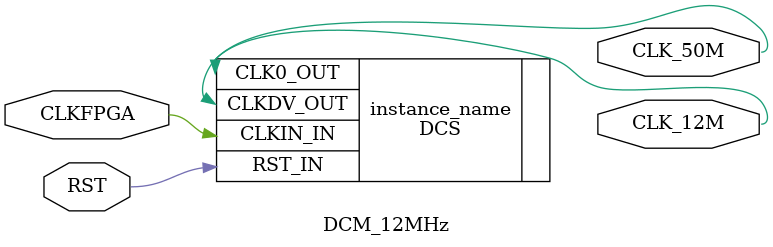
<source format=v>
`timescale 1ns / 1ps
module DCM_12MHz(CLKFPGA,RST,CLK_50M,CLK_12M);
	input CLKFPGA,RST;
	output CLK_50M,CLK_12M;
	
	// Instantiate the module
	DCS instance_name (
    .CLKIN_IN(CLKFPGA), 
    .RST_IN(RST), 
    .CLKDV_OUT(CLK_12M), 
    .CLK0_OUT(CLK_50M)
    );


endmodule

</source>
